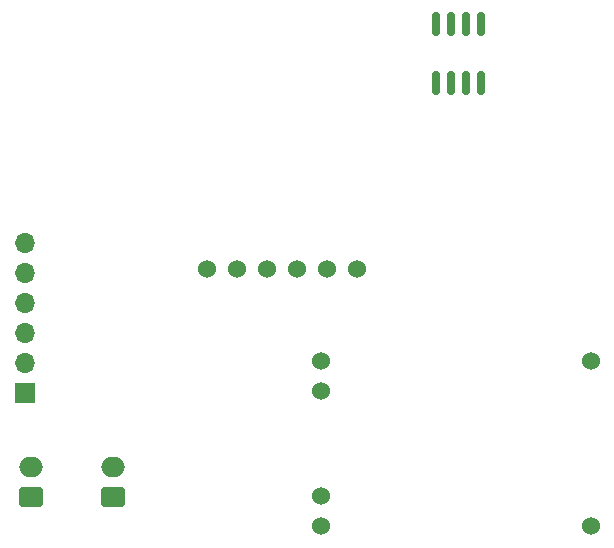
<source format=gbs>
G04 #@! TF.GenerationSoftware,KiCad,Pcbnew,(6.0.2-0)*
G04 #@! TF.CreationDate,2022-03-01T18:59:47+01:00*
G04 #@! TF.ProjectId,HelloWeather,48656c6c-6f57-4656-9174-6865722e6b69,rev?*
G04 #@! TF.SameCoordinates,Original*
G04 #@! TF.FileFunction,Soldermask,Bot*
G04 #@! TF.FilePolarity,Negative*
%FSLAX46Y46*%
G04 Gerber Fmt 4.6, Leading zero omitted, Abs format (unit mm)*
G04 Created by KiCad (PCBNEW (6.0.2-0)) date 2022-03-01 18:59:47*
%MOMM*%
%LPD*%
G01*
G04 APERTURE LIST*
G04 Aperture macros list*
%AMRoundRect*
0 Rectangle with rounded corners*
0 $1 Rounding radius*
0 $2 $3 $4 $5 $6 $7 $8 $9 X,Y pos of 4 corners*
0 Add a 4 corners polygon primitive as box body*
4,1,4,$2,$3,$4,$5,$6,$7,$8,$9,$2,$3,0*
0 Add four circle primitives for the rounded corners*
1,1,$1+$1,$2,$3*
1,1,$1+$1,$4,$5*
1,1,$1+$1,$6,$7*
1,1,$1+$1,$8,$9*
0 Add four rect primitives between the rounded corners*
20,1,$1+$1,$2,$3,$4,$5,0*
20,1,$1+$1,$4,$5,$6,$7,0*
20,1,$1+$1,$6,$7,$8,$9,0*
20,1,$1+$1,$8,$9,$2,$3,0*%
G04 Aperture macros list end*
%ADD10RoundRect,0.250000X0.750000X-0.600000X0.750000X0.600000X-0.750000X0.600000X-0.750000X-0.600000X0*%
%ADD11O,2.000000X1.700000*%
%ADD12RoundRect,0.150000X-0.150000X0.825000X-0.150000X-0.825000X0.150000X-0.825000X0.150000X0.825000X0*%
%ADD13R,1.700000X1.700000*%
%ADD14O,1.700000X1.700000*%
%ADD15C,1.524000*%
G04 APERTURE END LIST*
D10*
X60500000Y-140000000D03*
D11*
X60500000Y-137500000D03*
D10*
X67500000Y-140000000D03*
D11*
X67500000Y-137500000D03*
D12*
X94845000Y-100025000D03*
X96115000Y-100025000D03*
X97385000Y-100025000D03*
X98655000Y-100025000D03*
X98655000Y-104975000D03*
X97385000Y-104975000D03*
X96115000Y-104975000D03*
X94845000Y-104975000D03*
D13*
X60000000Y-131250000D03*
D14*
X60000000Y-128710000D03*
X60000000Y-126170000D03*
X60000000Y-123630000D03*
X60000000Y-121090000D03*
X60000000Y-118550000D03*
D15*
X107930000Y-128515000D03*
X85070000Y-142485000D03*
X107930000Y-142485000D03*
X85070000Y-139945000D03*
X85070000Y-131055000D03*
X85070000Y-128515000D03*
X88100000Y-120695000D03*
X85560000Y-120695000D03*
X83020000Y-120695000D03*
X80480000Y-120695000D03*
X77940000Y-120695000D03*
X75400000Y-120695000D03*
M02*

</source>
